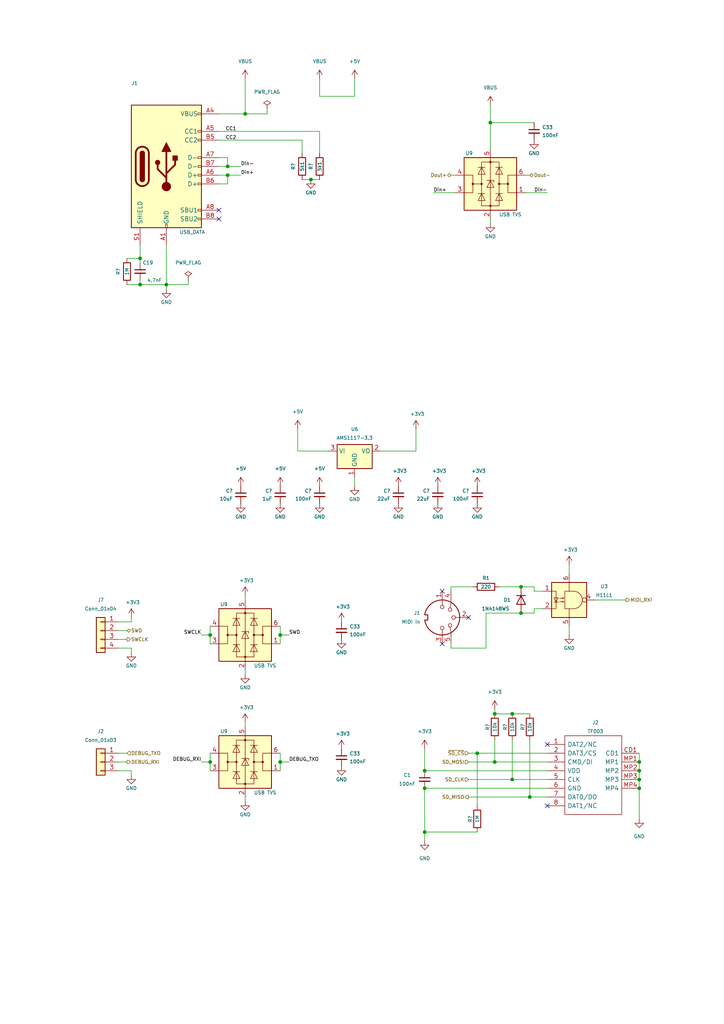
<source format=kicad_sch>
(kicad_sch (version 20230121) (generator eeschema)
  (paper "A4" portrait)
  (title_block (title "Dedicated HW for picoX7") (date "2025-02-04") (rev "0.1.0a") (company "https://github.com/GeorgeRudolf/picoX7"))
  (lib_symbols
    (symbol "Connector:DIN-5_180degree" (pin_names (offset 1.016))
      (property "Reference" "J" (at 3.175 5.715 0))
      (property "Value" "DIN-5_180degree" (at 0 -6.35 0))
      (symbol "DIN-5_180degree_1_1"
        (pin passive line (at -7.62 0 0) (length 2.54) (name "~") (number "1"))
        (pin passive line (at 0 7.62 270) (length 2.54) (name "~") (number "2"))
        (pin passive line (at 7.62 0 180) (length 2.54) (name "~") (number "3"))
        (pin passive line (at -7.62 2.54 0) (length 2.54) (name "~") (number "4"))
        (pin passive line (at 7.62 2.54 180) (length 2.54) (name "~") (number "5"))
      )
    )
    (symbol "Connector:USB_C_Receptacle_USB2.0" (pin_names (offset 1.016))
      (property "Reference" "J" (at -10.16 19.05 0))
      (property "Value" "USB_C_Receptacle_USB2.0" (at 19.05 19.05 0))
      (symbol "USB_C_Receptacle_USB2.0_1_1"
        (pin passive line (at 0 -22.86 90) (length 5.08) (name "GND") (number "A1"))
        (pin passive line (at 0 -22.86 90) (length 5.08) hide (name "GND") (number "A12"))
        (pin passive line (at 15.24 15.24 180) (length 5.08) (name "VBUS") (number "A4"))
        (pin bidirectional line (at 15.24 10.16 180) (length 5.08) (name "CC1") (number "A5"))
        (pin bidirectional line (at 15.24 -2.54 180) (length 5.08) (name "D+") (number "A6"))
        (pin bidirectional line (at 15.24 2.54 180) (length 5.08) (name "D-") (number "A7"))
        (pin bidirectional line (at 15.24 -12.7 180) (length 5.08) (name "SBU1") (number "A8"))
        (pin passive line (at 15.24 15.24 180) (length 5.08) hide (name "VBUS") (number "A9"))
        (pin passive line (at 0 -22.86 90) (length 5.08) hide (name "GND") (number "B1"))
        (pin passive line (at 0 -22.86 90) (length 5.08) hide (name "GND") (number "B12"))
        (pin passive line (at 15.24 15.24 180) (length 5.08) hide (name "VBUS") (number "B4"))
        (pin bidirectional line (at 15.24 7.62 180) (length 5.08) (name "CC2") (number "B5"))
        (pin bidirectional line (at 15.24 -5.08 180) (length 5.08) (name "D+") (number "B6"))
        (pin bidirectional line (at 15.24 0 180) (length 5.08) (name "D-") (number "B7"))
        (pin bidirectional line (at 15.24 -15.24 180) (length 5.08) (name "SBU2") (number "B8"))
        (pin passive line (at 15.24 15.24 180) (length 5.08) hide (name "VBUS") (number "B9"))
        (pin passive line (at -7.62 -22.86 90) (length 5.08) (name "SHIELD") (number "S1"))
      )
    )
    (symbol "Connector_Generic:Conn_01x03" (pin_names (offset 1.016) hide)
      (property "Reference" "J" (at 0 5.08 0))
      (property "Value" "Conn_01x03" (at 0 -5.08 0))
      (symbol "Conn_01x03_1_1"
        (pin passive line (at -5.08 2.54 0) (length 3.81) (name "Pin_1") (number "1"))
        (pin passive line (at -5.08 0 0) (length 3.81) (name "Pin_2") (number "2"))
        (pin passive line (at -5.08 -2.54 0) (length 3.81) (name "Pin_3") (number "3"))
      )
    )
    (symbol "Connector_Generic:Conn_01x04" (pin_names (offset 1.016) hide)
      (property "Reference" "J" (at 0 5.08 0))
      (property "Value" "Conn_01x04" (at 0 -7.62 0))
      (symbol "Conn_01x04_1_1"
        (pin passive line (at -5.08 2.54 0) (length 3.81) (name "Pin_1") (number "1"))
        (pin passive line (at -5.08 0 0) (length 3.81) (name "Pin_2") (number "2"))
        (pin passive line (at -5.08 -2.54 0) (length 3.81) (name "Pin_3") (number "3"))
        (pin passive line (at -5.08 -5.08 0) (length 3.81) (name "Pin_4") (number "4"))
      )
    )
    (symbol "Device:C_Small" (pin_numbers hide) (pin_names (offset 0.254) hide)
      (property "Reference" "C" (at 0.254 1.778 0))
      (property "Value" "C_Small" (at 0.254 -2.032 0))
      (symbol "C_Small_1_1"
        (pin passive line (at 0 2.54 270) (length 2.032) (name "~") (number "1"))
        (pin passive line (at 0 -2.54 90) (length 2.032) (name "~") (number "2"))
      )
    )
    (symbol "Device:R" (pin_numbers hide) (pin_names (offset 0))
      (property "Reference" "R" (at 2.032 0 90))
      (property "Value" "R" (at 0 0 90))
      (symbol "R_1_1"
        (pin passive line (at 0 3.81 270) (length 1.27) (name "~") (number "1"))
        (pin passive line (at 0 -3.81 90) (length 1.27) (name "~") (number "2"))
      )
    )
    (symbol "Diode:1N4148WS" (pin_numbers hide) (pin_names hide)
      (property "Reference" "D" (at 0 2.54 0))
      (property "Value" "1N4148WS" (at 0 -2.54 0))
      (symbol "1N4148WS_1_1"
        (pin passive line (at -3.81 0 0) (length 2.54) (name "K") (number "1"))
        (pin passive line (at 3.81 0 180) (length 2.54) (name "A") (number "2"))
      )
    )
    (symbol "Isolator:H11L1" (pin_names (offset 1.016))
      (property "Reference" "U" (at 1.27 8.89 0))
      (property "Value" "H11L1" (at 1.27 6.35 0))
      (symbol "H11L1_1_1"
        (pin passive line (at -7.62 2.54 0) (length 2.54) (name "~") (number "1"))
        (pin passive line (at -7.62 -2.54 0) (length 2.54) (name "~") (number "2"))
        (pin no_connect line (at -5.08 0 0) (length 2.54) hide (name "~") (number "3"))
        (pin output inverted (at 7.62 0 180) (length 3.81) (name "~") (number "4"))
        (pin power_in line (at 0 -7.62 90) (length 2.54) (name "~") (number "5"))
        (pin power_in line (at 0 7.62 270) (length 2.54) (name "~") (number "6"))
      )
    )
    (symbol "Power_Protection:USBLC6-2SC6" (pin_names hide)
      (property "Reference" "U" (at 2.54 8.89 0))
      (property "Value" "USBLC6-2SC6" (at 2.54 -8.89 0))
      (symbol "USBLC6-2SC6_1_1"
        (pin passive line (at -10.16 -2.54 0) (length 2.54) (name "I/O1") (number "1"))
        (pin passive line (at 0 -10.16 90) (length 2.54) (name "GND") (number "2"))
        (pin passive line (at 10.16 -2.54 180) (length 2.54) (name "I/O2") (number "3"))
        (pin passive line (at 10.16 2.54 180) (length 2.54) (name "I/O2") (number "4"))
        (pin passive line (at 0 10.16 270) (length 2.54) (name "VBUS") (number "5"))
        (pin passive line (at -10.16 2.54 0) (length 2.54) (name "I/O1") (number "6"))
      )
    )
    (symbol "Regulator_Linear:LM1117MP-3.3"
      (property "Reference" "U" (at -3.81 3.175 0))
      (property "Value" "LM1117MP-3.3" (at 0 3.175 0))
      (symbol "LM1117MP-3.3_1_1"
        (pin power_in line (at 0 -7.62 90) (length 2.54) (name "GND") (number "1"))
        (pin power_out line (at 7.62 0 180) (length 2.54) (name "VO") (number "2"))
        (pin power_in line (at -7.62 0 0) (length 2.54) (name "VI") (number "3"))
      )
    )
    (symbol "picoX7:TF-01A" (pin_names (offset 0.762))
      (property "Reference" "J8" (at 13.97 6.35 0))
      (property "Value" "TF003" (at 13.97 3.81 0))
      (symbol "TF-01A_0_0"
        (pin bidirectional line (at 0 0 0) (length 5.08) (name "DAT2/NC") (number "1"))
        (pin bidirectional line (at 0 -2.54 0) (length 5.08) (name "DAT3/CS") (number "2"))
        (pin bidirectional line (at 0 -5.08 0) (length 5.08) (name "CMD/DI") (number "3"))
        (pin power_in line (at 0 -7.62 0) (length 5.08) (name "VDD") (number "4"))
        (pin input line (at 0 -10.16 0) (length 5.08) (name "CLK") (number "5"))
        (pin power_in line (at 0 -12.7 0) (length 5.08) (name "GND") (number "6"))
        (pin bidirectional line (at 0 -15.24 0) (length 5.08) (name "DAT0/DO") (number "7"))
        (pin bidirectional line (at 0 -17.78 0) (length 5.08) (name "DAT1/NC") (number "8"))
        (pin passive line (at 26.67 -2.54 180) (length 5.08) (name "CD1") (number "CD1"))
        (pin passive line (at 26.67 -5.08 180) (length 5.08) (name "MP1") (number "MP1"))
        (pin passive line (at 26.67 -7.62 180) (length 5.08) (name "MP2") (number "MP2"))
        (pin passive line (at 26.67 -10.16 180) (length 5.08) (name "MP3") (number "MP3"))
        (pin passive line (at 26.67 -12.7 180) (length 5.08) (name "MP4") (number "MP4"))
      )
    )
    (symbol "power:+3.3V" (power) (pin_names (offset 0))
      (property "Value" "+3.3V" (at 0 3.556 0))
      (symbol "+3.3V_1_1"
        (pin power_in line (at 0 0 90) (length 0) hide (name "+3V3") (number "1"))
      )
    )
    (symbol "power:+3V3" (power) (pin_names (offset 0))
      (property "Value" "+3V3" (at 0 3.556 0))
      (symbol "+3V3_1_1"
        (pin power_in line (at 0 0 90) (length 0) hide (name "+3V3") (number "1"))
      )
    )
    (symbol "power:+5V" (power) (pin_names (offset 0))
      (property "Value" "+5V" (at 0 3.556 0))
      (symbol "+5V_1_1"
        (pin power_in line (at 0 0 90) (length 0) hide (name "+5V") (number "1"))
      )
    )
    (symbol "power:GND" (power) (pin_names (offset 0))
      (property "Value" "GND" (at 0 -3.81 0))
      (symbol "GND_1_1"
        (pin power_in line (at 0 0 270) (length 0) hide (name "GND") (number "1"))
      )
    )
    (symbol "power:PWR_FLAG" (power) (pin_numbers hide) (pin_names (offset 0) hide)
      (property "Value" "PWR_FLAG" (at 0 3.81 0))
      (symbol "PWR_FLAG_0_0"
        (pin power_out line (at 0 0 90) (length 0) (name "pwr") (number "1"))
      )
    )
    (symbol "power:VBUS" (power) (pin_names (offset 0))
      (property "Value" "VBUS" (at 0 3.81 0))
      (symbol "VBUS_1_1"
        (pin power_in line (at 0 0 90) (length 0) hide (name "VBUS") (number "1"))
      )
    )
    (symbol "zuluscsi-rescue:R" (pin_numbers hide) (pin_names (offset 0))
      (property "Reference" "R" (at 2.032 0 90))
      (property "Value" "R" (at 0 0 90))
      (symbol "R_1_1"
        (pin passive line (at 0 3.81 270) (length 1.27) (name "~") (number "1"))
        (pin passive line (at 0 -3.81 90) (length 1.27) (name "~") (number "2"))
      )
    )
  )
  (junction (at 48.26 82.55))
  (junction (at 185.42 228.6))
  (junction (at 123.19 228.6))
  (junction (at 40.64 82.55))
  (junction (at 151.13 177.8))
  (junction (at 142.24 35.56))
  (junction (at 60.96 220.98))
  (junction (at 143.51 207.01))
  (junction (at 153.67 231.14))
  (junction (at 148.59 207.01))
  (junction (at 66.04 50.8) (diameter 0.9144))
  (junction (at 138.43 218.44))
  (junction (at 123.19 241.3))
  (junction (at 148.59 226.06))
  (junction (at 81.28 184.15))
  (junction (at 185.42 226.06))
  (junction (at 90.17 52.07))
  (junction (at 71.12 33.02))
  (junction (at 123.19 223.52))
  (junction (at 143.51 220.98))
  (junction (at 185.42 223.52))
  (junction (at 81.28 220.98))
  (junction (at 185.42 220.98))
  (junction (at 60.96 184.15))
  (junction (at 151.13 170.18))
  (junction (at 40.64 74.93))
  (junction (at 66.04 48.26) (diameter 0.9144))
  (no_connect (at 128.27 186.69))
  (no_connect (at 158.75 215.9))
  (no_connect (at 158.75 233.68))
  (no_connect (at 128.27 171.45))
  (no_connect (at 63.5 63.5))
  (no_connect (at 135.89 179.07))
  (no_connect (at 63.5 60.96))
  (wire (pts (xy 36.83 218.44) (xy 34.29 218.44)))
  (wire (pts (xy 38.1 223.52) (xy 38.1 224.79)))
  (wire (pts (xy 66.04 53.34) (xy 63.5 53.34)))
  (wire (pts (xy 63.5 50.8) (xy 66.04 50.8)))
  (wire (pts (xy 123.19 228.6) (xy 123.19 241.3)))
  (wire (pts (xy 165.1 181.61) (xy 165.1 184.15)))
  (wire (pts (xy 83.82 220.98) (xy 81.28 220.98)))
  (wire (pts (xy 81.28 184.15) (xy 81.28 181.61)))
  (wire (pts (xy 83.82 184.15) (xy 81.28 184.15)))
  (wire (pts (xy 172.72 173.99) (xy 181.61 173.99)))
  (wire (pts (xy 135.89 218.44) (xy 138.43 218.44)))
  (wire (pts (xy 77.47 31.75) (xy 77.47 33.02)))
  (wire (pts (xy 165.1 163.83) (xy 165.1 166.37)))
  (wire (pts (xy 130.81 186.69) (xy 130.81 187.96)))
  (wire (pts (xy 60.96 223.52) (xy 60.96 220.98)))
  (wire (pts (xy 132.08 55.88) (xy 125.73 55.88)))
  (wire (pts (xy 71.12 210.82) (xy 71.12 209.55)))
  (wire (pts (xy 185.42 218.44) (xy 185.42 220.98)))
  (wire (pts (xy 34.29 187.96) (xy 38.1 187.96)))
  (wire (pts (xy 154.94 170.18) (xy 154.94 171.45)))
  (wire (pts (xy 63.5 45.72) (xy 66.04 45.72)))
  (wire (pts (xy 132.08 50.8) (xy 130.81 50.8)))
  (wire (pts (xy 148.59 214.63) (xy 148.59 226.06)))
  (wire (pts (xy 158.75 55.88) (xy 152.4 55.88)))
  (wire (pts (xy 148.59 226.06) (xy 158.75 226.06)))
  (wire (pts (xy 102.87 140.97) (xy 102.87 138.43)))
  (wire (pts (xy 34.29 223.52) (xy 38.1 223.52)))
  (wire (pts (xy 185.42 228.6) (xy 185.42 237.49)))
  (wire (pts (xy 92.71 22.86) (xy 92.71 27.94)))
  (wire (pts (xy 142.24 63.5) (xy 142.24 64.77)))
  (wire (pts (xy 86.36 130.81) (xy 95.25 130.81)))
  (wire (pts (xy 130.81 171.45) (xy 130.81 170.18)))
  (wire (pts (xy 58.42 220.98) (xy 60.96 220.98)))
  (wire (pts (xy 151.13 170.18) (xy 154.94 170.18)))
  (wire (pts (xy 153.67 231.14) (xy 158.75 231.14)))
  (wire (pts (xy 151.13 177.8) (xy 154.94 177.8)))
  (wire (pts (xy 135.89 226.06) (xy 148.59 226.06)))
  (wire (pts (xy 185.42 226.06) (xy 185.42 228.6)))
  (wire (pts (xy 40.64 81.28) (xy 40.64 82.55)))
  (wire (pts (xy 154.94 35.56) (xy 142.24 35.56)))
  (wire (pts (xy 54.61 81.28) (xy 54.61 82.55)))
  (wire (pts (xy 71.12 194.31) (xy 71.12 195.58)))
  (wire (pts (xy 48.26 82.55) (xy 48.26 83.82)))
  (wire (pts (xy 48.26 71.12) (xy 48.26 82.55)))
  (wire (pts (xy 40.64 71.12) (xy 40.64 74.93)))
  (wire (pts (xy 66.04 48.26) (xy 63.5 48.26)))
  (wire (pts (xy 135.89 231.14) (xy 153.67 231.14)))
  (wire (pts (xy 87.63 40.64) (xy 63.5 40.64)))
  (wire (pts (xy 34.29 185.42) (xy 36.83 185.42)))
  (wire (pts (xy 142.24 35.56) (xy 142.24 43.18)))
  (wire (pts (xy 40.64 74.93) (xy 40.64 76.2)))
  (wire (pts (xy 138.43 241.3) (xy 123.19 241.3)))
  (wire (pts (xy 102.87 27.94) (xy 102.87 22.86)))
  (wire (pts (xy 90.17 52.07) (xy 87.63 52.07)))
  (wire (pts (xy 60.96 184.15) (xy 60.96 181.61)))
  (wire (pts (xy 92.71 38.1) (xy 63.5 38.1)))
  (wire (pts (xy 58.42 184.15) (xy 60.96 184.15)))
  (wire (pts (xy 151.13 177.8) (xy 140.97 177.8)))
  (wire (pts (xy 154.94 176.53) (xy 154.94 177.8)))
  (wire (pts (xy 36.83 220.98) (xy 34.29 220.98)))
  (wire (pts (xy 54.61 82.55) (xy 48.26 82.55)))
  (wire (pts (xy 123.19 241.3) (xy 123.19 243.84)))
  (wire (pts (xy 66.04 50.8) (xy 69.85 50.8)))
  (wire (pts (xy 135.89 220.98) (xy 143.51 220.98)))
  (wire (pts (xy 143.51 207.01) (xy 148.59 207.01)))
  (wire (pts (xy 143.51 220.98) (xy 158.75 220.98)))
  (wire (pts (xy 60.96 220.98) (xy 60.96 218.44)))
  (wire (pts (xy 66.04 50.8) (xy 66.04 53.34)))
  (wire (pts (xy 154.94 176.53) (xy 157.48 176.53)))
  (wire (pts (xy 38.1 180.34) (xy 38.1 179.07)))
  (wire (pts (xy 123.19 223.52) (xy 123.19 217.17)))
  (wire (pts (xy 153.67 214.63) (xy 153.67 231.14)))
  (wire (pts (xy 40.64 82.55) (xy 48.26 82.55)))
  (wire (pts (xy 138.43 233.68) (xy 138.43 218.44)))
  (wire (pts (xy 36.83 82.55) (xy 40.64 82.55)))
  (wire (pts (xy 36.83 74.93) (xy 40.64 74.93)))
  (wire (pts (xy 66.04 48.26) (xy 69.85 48.26)))
  (wire (pts (xy 34.29 180.34) (xy 38.1 180.34)))
  (wire (pts (xy 87.63 44.45) (xy 87.63 40.64)))
  (wire (pts (xy 185.42 223.52) (xy 185.42 226.06)))
  (wire (pts (xy 148.59 207.01) (xy 153.67 207.01)))
  (wire (pts (xy 143.51 205.74) (xy 143.51 207.01)))
  (wire (pts (xy 158.75 223.52) (xy 123.19 223.52)))
  (wire (pts (xy 142.24 30.48) (xy 142.24 35.56)))
  (wire (pts (xy 151.13 170.18) (xy 144.78 170.18)))
  (wire (pts (xy 92.71 44.45) (xy 92.71 38.1)))
  (wire (pts (xy 81.28 220.98) (xy 81.28 218.44)))
  (wire (pts (xy 143.51 214.63) (xy 143.51 220.98)))
  (wire (pts (xy 71.12 231.14) (xy 71.12 232.41)))
  (wire (pts (xy 34.29 182.88) (xy 36.83 182.88)))
  (wire (pts (xy 158.75 228.6) (xy 123.19 228.6)))
  (wire (pts (xy 71.12 33.02) (xy 63.5 33.02)))
  (wire (pts (xy 120.65 130.81) (xy 120.65 124.46)))
  (wire (pts (xy 110.49 130.81) (xy 120.65 130.81)))
  (wire (pts (xy 81.28 186.69) (xy 81.28 184.15)))
  (wire (pts (xy 140.97 187.96) (xy 130.81 187.96)))
  (wire (pts (xy 140.97 177.8) (xy 140.97 187.96)))
  (wire (pts (xy 60.96 186.69) (xy 60.96 184.15)))
  (wire (pts (xy 77.47 33.02) (xy 71.12 33.02)))
  (wire (pts (xy 38.1 187.96) (xy 38.1 189.23)))
  (wire (pts (xy 92.71 27.94) (xy 102.87 27.94)))
  (wire (pts (xy 153.67 50.8) (xy 152.4 50.8)))
  (wire (pts (xy 86.36 130.81) (xy 86.36 124.46)))
  (wire (pts (xy 138.43 218.44) (xy 158.75 218.44)))
  (wire (pts (xy 92.71 52.07) (xy 90.17 52.07)))
  (wire (pts (xy 66.04 45.72) (xy 66.04 48.26)))
  (wire (pts (xy 157.48 171.45) (xy 154.94 171.45)))
  (wire (pts (xy 185.42 220.98) (xy 185.42 223.52)))
  (wire (pts (xy 71.12 173.99) (xy 71.12 172.72)))
  (wire (pts (xy 130.81 170.18) (xy 137.16 170.18)))
  (wire (pts (xy 81.28 223.52) (xy 81.28 220.98)))
  (wire (pts (xy 71.12 33.02) (xy 71.12 22.86)))
  (label "Din+" (at 69.85 50.8 0) (effects (font (size 1 1))))
  (label "SWCLK" (at 58.42 184.15 180) (effects (font (size 1 1))))
  (label "CC2" (at 68.58 40.64 180) (effects (font (size 1 1))))
  (label "DEBUG_RXI" (at 58.42 220.98 180) (effects (font (size 1 1))))
  (label "Din+" (at 125.73 55.88 0) (effects (font (size 1 1))))
  (label "CC1" (at 68.58 38.1 180) (effects (font (size 1 1))))
  (label "SWD" (at 83.82 184.15 0) (effects (font (size 1 1))))
  (label "DEBUG_TXO" (at 83.82 220.98 0) (effects (font (size 1 1))))
  (label "Din-" (at 69.85 48.26 0) (effects (font (size 1 1))))
  (label "Din-" (at 158.75 55.88 180) (effects (font (size 1 1))))
  (hierarchical_label "Dout+" (shape bidirectional) (at 130.81 50.8 180) (effects (font (size 1 1))))
  (hierarchical_label "SWCLK" (shape output) (at 36.83 185.42 0) (effects (font (size 1 1))))
  (hierarchical_label "MIDI_RXI" (shape output) (at 181.61 173.99 0) (effects (font (size 1 1))))
  (hierarchical_label "SD_MOSI" (shape input) (at 135.89 220.98 180) (effects (font (size 1 1))))
  (hierarchical_label "DEBUG_RXI" (shape output) (at 36.83 220.98 0) (effects (font (size 1 1))))
  (hierarchical_label "SD_CLK" (shape input) (at 135.89 226.06 180) (effects (font (size 1 1))))
  (hierarchical_label "DEBUG_TXO" (shape input) (at 36.83 218.44 0) (effects (font (size 1 1))))
  (hierarchical_label "SD_MISO" (shape output) (at 135.89 231.14 180) (effects (font (size 1 1))))
  (hierarchical_label "~{SD_CS}" (shape input) (at 135.89 218.44 180) (effects (font (size 1 1))))
  (hierarchical_label "SWD" (shape bidirectional) (at 36.83 182.88 0) (effects (font (size 1 1))))
  (hierarchical_label "Dout-" (shape bidirectional) (at 153.67 50.8 0) (effects (font (size 1 1))))
  (symbol (lib_id "power:GND") (at 165.1 184.15 0) (unit 1)
    (property "Reference" "#PWR?" (effects hide))
    (property "Value" "GND" (at 165.1 187.96 0) (effects (font (size 1 1))))
    (instances (project "ZuluSCSI-Pico-OSHW" (path "" (reference "#PWR?") (unit 1))) (project "gbscsi2" (path "" (reference "#PWR095") (unit 1))) (project "picoX7" (path "" (reference "#PWR031") (unit 1)) (path "" (reference "#PWR051") (unit 1))) (project "power" (path "" (reference "#PWR?") (unit 1))))
  )
  (symbol (lib_id "power:GND") (at 127 146.05 0) (unit 1)
    (property "Reference" "#PWR?" (effects hide))
    (property "Value" "GND" (at 127 149.86 0) (effects (font (size 1 1))))
    (instances (project "ZuluSCSI-Pico-OSHW" (path "" (reference "#PWR?") (unit 1))) (project "gbscsi2" (path "" (reference "#PWR070") (unit 1))) (project "picoX7" (path "" (reference "#PWR056") (unit 1))) (project "power" (path "" (reference "#PWR?") (unit 1))))
  )
  (symbol (lib_id "power:GND") (at 115.57 146.05 0) (unit 1)
    (property "Reference" "#PWR?" (effects hide))
    (property "Value" "GND" (at 115.57 149.86 0) (effects (font (size 1 1))))
    (instances (project "ZuluSCSI-Pico-OSHW" (path "" (reference "#PWR?") (unit 1))) (project "gbscsi2" (path "" (reference "#PWR069") (unit 1))) (project "picoX7" (path "" (reference "#PWR053") (unit 1))) (project "power" (path "" (reference "#PWR?") (unit 1))))
  )
  (symbol (lib_id "power:+3V3") (at 165.1 163.83 0) (unit 1)
    (property "Reference" "#PWR097" (effects hide))
    (property "Value" "+3V3" (at 165.481 159.4358 0) (effects (font (size 1 1))))
    (instances (project "gbscsi2" (path "" (reference "#PWR097") (unit 1))) (project "picoX7" (path "" (reference "#PWR026") (unit 1)) (path "" (reference "#PWR050") (unit 1))) (project "RP2350_60QFN_minimal" (path "" (reference "#PWR0106") (unit 1))))
  )
  (symbol (lib_id "Connector_Generic:Conn_01x03") (at 29.21 220.98 0) (mirror y) (unit 1)
    (property "Reference" "J2" (at 29.21 212.09 0) (effects (font (size 1 1))))
    (property "Value" "Conn_01x03" (at 29.21 214.63 0) (effects (font (size 1 1))))
    (property "Footprint" "Connector_PinHeader_2.54mm:PinHeader_1x03_P2.54mm_Vertical" (effects hide))
    (property "LCSC" "N/A" (effects hide))
    (property "LCSC Part #" "N/A" (effects hide))
  )
  (symbol (lib_id "power:+3V3") (at 99.06 217.17 0) (unit 1)
    (property "Reference" "#PWR097" (effects hide))
    (property "Value" "+3V3" (at 99.441 212.7758 0) (effects (font (size 1 1))))
    (instances (project "gbscsi2" (path "" (reference "#PWR097") (unit 1))) (project "picoX7" (path "" (reference "#PWR026") (unit 1)) (path "" (reference "#PWR039") (unit 1))) (project "RP2350_60QFN_minimal" (path "" (reference "#PWR0106") (unit 1))))
  )
  (symbol (lib_id "Device:C_Small") (at 40.64 78.74 0) (mirror y) (unit 1)
    (property "Reference" "C19" (at 44.45 76.2 0) (effects (font (size 1 1)) (justify left)))
    (property "Value" "4.7nF" (at 46.99 81.28 0) (effects (font (size 1 1)) (justify left)))
    (property "Footprint" "Capacitor_SMD:C_0402_1005Metric" (effects hide))
    (property "LCSC" "C1538" (effects hide))
    (property "LCSC Part #" "C1538" (effects hide))
    (instances (project "gbscsi2" (path "" (reference "C19") (unit 1))) (project "poe_hat_v1.4.2" (path "" (reference "C8") (unit 1))) (project "picoX7" (path "" (reference "C17") (unit 1))))
  )
  (symbol (lib_id "power:+3.3V") (at 123.19 217.17 0) (unit 1)
    (property "Reference" "#PWR03" (effects hide))
    (property "Value" "+3.3V" (at 123.19 212.09 0) (effects (font (size 1 1))))
    (instances (project "gbscsi2" (path "" (reference "#PWR03") (unit 1))) (project "picoX7" (path "" (reference "#PWR092") (unit 1)) (path "" (reference "#PWR092") (unit 1))))
  )
  (symbol (lib_id "Connector_Generic:Conn_01x04") (at 29.21 182.88 0) (mirror y) (unit 1)
    (property "Reference" "J7" (at 29.21 173.99 0) (effects (font (size 1 1))))
    (property "Value" "Conn_01x04" (at 29.21 176.53 0) (effects (font (size 1 1))))
    (property "Footprint" "Connector_PinHeader_2.54mm:PinHeader_1x04_P2.54mm_Vertical" (effects hide))
    (property "LCSC" "N/A" (effects hide))
    (property "LCSC Part #" "N/A" (effects hide))
    (instances (project "gbscsi2" (path "" (reference "J7") (unit 1))) (project "picoX7" (path "" (reference "J7") (unit 1)) (path "" (reference "J1") (unit 1))))
  )
  (symbol (lib_id "power:GND") (at 71.12 232.41 0) (unit 1)
    (property "Reference" "#PWR?" (effects hide))
    (property "Value" "GND" (at 71.12 236.22 0) (effects (font (size 1 1))))
    (instances (project "ZuluSCSI-Pico-OSHW" (path "" (reference "#PWR?") (unit 1))) (project "gbscsi2" (path "" (reference "#PWR095") (unit 1))) (project "picoX7" (path "" (reference "#PWR031") (unit 1)) (path "" (reference "#PWR031") (unit 1)) (path "" (reference "#PWR077") (unit 1))) (project "power" (path "" (reference "#PWR?") (unit 1))))
  )
  (symbol (lib_id "Power_Protection:USBLC6-2SC6") (at 71.12 184.15 0) (mirror y) (unit 1)
    (property "Reference" "U9" (at 66.04 175.26 0) (effects (font (size 1 1)) (justify left)))
    (property "Value" "USB TVS" (at 73.66 193.04 0) (effects (font (size 1 1)) (justify right)))
    (property "Footprint" "Package_TO_SOT_SMD:SOT-23-6" (effects hide))
    (property "Datasheet" "https://www.st.com/resource/en/datasheet/usblc6-2.pdf" (effects hide))
    (property "LCSC" "C2827654" (effects hide))
    (property "LCSC Part #" "C2827654" (effects hide))
    (instances (project "gbscsi2" (path "" (reference "U9") (unit 1))) (project "poe_hat_v1.4.2" (path "" (reference "U1") (unit 1))) (project "picoX7" (path "" (reference "U3") (unit 1))))
  )
  (symbol (lib_id "power:GND") (at 99.06 222.25 0) (mirror y) (unit 1)
    (property "Reference" "#PWR089" (effects hide))
    (property "Value" "GND" (at 99.06 226.06 0) (effects (font (size 1 1))))
    (instances (project "gbscsi2" (path "" (reference "#PWR089") (unit 1))) (project "poe_hat_v1.4.2" (path "" (reference "#PWR0144") (unit 1))) (project "picoX7" (path "" (reference "#PWR040") (unit 1))))
  )
  (symbol (lib_id "power:+3.3V") (at 143.51 205.74 0) (unit 1)
    (property "Reference" "#PWR03" (effects hide))
    (property "Value" "+3.3V" (at 143.51 200.66 0) (effects (font (size 1 1))))
    (instances (project "gbscsi2" (path "" (reference "#PWR03") (unit 1))) (project "picoX7" (path "" (reference "#PWR092") (unit 1)) (path "" (reference "#PWR0108") (unit 1))))
  )
  (symbol (lib_id "Device:C_Small") (at 127 143.51 0) (unit 1)
    (property "Reference" "C?" (at 124.6886 142.3416 0) (effects (font (size 1 1)) (justify right)))
    (property "Value" "22uF" (at 124.6886 144.653 0) (effects (font (size 1 1)) (justify right)))
    (property "Footprint" "Capacitor_SMD:C_0603_1608Metric" (effects hide))
    (property "LCSC" "C59461" (effects hide))
    (property "LCSC Part #" "C59461" (effects hide))
    (instances (project "ZuluSCSI-Pico-OSHW" (path "" (reference "C?") (unit 1))) (project "gbscsi2" (path "" (reference "C13") (unit 1))) (project "picoX7" (path "" (reference "C25") (unit 1))))
  )
  (symbol (lib_id "zuluscsi-rescue:R") (at 153.67 210.82 180) (unit 1)
    (property "Reference" "R?" (at 151.638 210.82 90) (effects (font (size 1 1))))
    (property "Value" "10k" (at 153.67 210.82 90) (effects (font (size 1 1))))
    (property "Footprint" "Resistor_SMD:R_0402_1005Metric" (effects hide))
    (property "LCSC" "C25744" (effects hide))
    (property "LCSC Part #" "C25744" (effects hide))
    (instances (project "ZuluSCSI-Pico-OSHW" (path "" (reference "R?") (unit 1))) (project "cpu" (path "" (reference "R?") (unit 1))) (project "gbscsi2" (path "" (reference "R1") (unit 1))) (project "picoX7" (path "" (reference "R29") (unit 1)) (path "" (reference "R33") (unit 1))))
  )
  (symbol (lib_id "Isolator:H11L1") (at 165.1 173.99 0) (unit 1)
    (property "Reference" "U3" (at 175.26 170.0531 0) (effects (font (size 1 1))))
    (property "Value" "H11L1" (at 175.26 172.5931 0) (effects (font (size 1 1))))
    (property "Footprint" "Package_DIP:DIP-6_W8.89mm_SMDSocket_LongPads" (effects hide))
    (property "Datasheet" "https://www.onsemi.com/pub/Collateral/H11L3M-D.PDF" (effects hide))
    (property "LCSC" "C20612622" (effects hide))
    (property "LCSC Part #" "C20612622" (effects hide))
    (instances (project "picoX7" (path "" (reference "U3") (unit 1)) (path "" (reference "U7") (unit 1))))
  )
  (symbol (lib_id "Device:C_Small") (at 138.43 143.51 0) (unit 1)
    (property "Reference" "C?" (at 136.1186 142.3416 0) (effects (font (size 1 1)) (justify right)))
    (property "Value" "100nF" (at 136.1186 144.653 0) (effects (font (size 1 1)) (justify right)))
    (property "Footprint" "Capacitor_SMD:C_0402_1005Metric" (effects hide))
    (property "LCSC" "C307331" (effects hide))
    (property "LCSC Part #" "C307331" (effects hide))
    (instances (project "ZuluSCSI-Pico-OSHW" (path "" (reference "C?") (unit 1))) (project "gbscsi2" (path "" (reference "C16") (unit 1))) (project "picoX7" (path "" (reference "C26") (unit 1))))
  )
  (symbol (lib_id "Power_Protection:USBLC6-2SC6") (at 142.24 53.34 0) (mirror y) (unit 1)
    (property "Reference" "U9" (at 137.16 44.45 0) (effects (font (size 1 1)) (justify left)))
    (property "Value" "USB TVS" (at 144.78 62.23 0) (effects (font (size 1 1)) (justify right)))
    (property "Footprint" "Package_TO_SOT_SMD:SOT-23-6" (effects hide))
    (property "Datasheet" "https://www.st.com/resource/en/datasheet/usblc6-2.pdf" (effects hide))
    (property "LCSC" "C2827654" (effects hide))
    (property "LCSC Part #" "C2827654" (effects hide))
    (instances (project "gbscsi2" (path "" (reference "U9") (unit 1))) (project "poe_hat_v1.4.2" (path "" (reference "U1") (unit 1))) (project "picoX7" (path "" (reference "U5") (unit 1))))
  )
  (symbol (lib_id "power:GND") (at 142.24 64.77 0) (mirror y) (unit 1)
    (property "Reference" "#PWR087" (effects hide))
    (property "Value" "GND" (at 142.24 68.58 0) (effects (font (size 1 1))))
    (instances (project "gbscsi2" (path "" (reference "#PWR087") (unit 1))) (project "poe_hat_v1.4.2" (path "" (reference "#PWR09") (unit 1))) (project "picoX7" (path "" (reference "#PWR036") (unit 1))))
  )
  (symbol (lib_id "power:GND") (at 71.12 195.58 0) (unit 1)
    (property "Reference" "#PWR?" (effects hide))
    (property "Value" "GND" (at 71.12 199.39 0) (effects (font (size 1 1))))
    (instances (project "ZuluSCSI-Pico-OSHW" (path "" (reference "#PWR?") (unit 1))) (project "gbscsi2" (path "" (reference "#PWR095") (unit 1))) (project "picoX7" (path "" (reference "#PWR031") (unit 1)) (path "" (reference "#PWR029") (unit 1))) (project "power" (path "" (reference "#PWR?") (unit 1))))
  )
  (symbol (lib_id "Connector:DIN-5_180degree") (at 128.27 179.07 270) (unit 1)
    (property "Reference" "J1" (at 121.92 177.8 90) (effects (font (size 1 1)) (justify right)))
    (property "Value" "MIDI in" (at 121.92 180.34 90) (effects (font (size 1 1)) (justify right)))
    (property "Footprint" "picoX7:DIN5-180" (effects hide))
    (property "Datasheet" "http://www.mouser.com/ds/2/18/40_c091_abd_e-75918.pdf" (effects hide))
    (property "LCSC" "C2939344" (effects hide))
    (property "LCSC Part #" "C2939344" (effects hide))
    (instances (project "picoX7" (path "" (reference "J1") (unit 1)) (path "" (reference "J4") (unit 1))))
  )
  (symbol (lib_id "Device:R") (at 140.97 170.18 270) (mirror x) (unit 1)
    (property "Reference" "R1" (at 140.97 167.64 90) (effects (font (size 1 1))))
    (property "Value" "220" (at 140.97 170.18 90) (effects (font (size 1 1))))
    (property "Footprint" "Resistor_SMD:R_0402_1005Metric" (effects hide))
    (property "LCSC" "C25091" (effects hide))
    (property "LCSC Part #" "C25091" (effects hide))
    (instances (project "picoX7" (path "" (reference "R1") (unit 1)) (path "" (reference "R9") (unit 1))))
  )
  (symbol (lib_id "Device:C_Small") (at 115.57 143.51 0) (unit 1)
    (property "Reference" "C?" (at 113.2586 142.3416 0) (effects (font (size 1 1)) (justify right)))
    (property "Value" "22uF" (at 113.2586 144.653 0) (effects (font (size 1 1)) (justify right)))
    (property "Footprint" "Capacitor_SMD:C_0603_1608Metric" (effects hide))
    (property "LCSC" "C59461" (effects hide))
    (property "LCSC Part #" "C59461" (effects hide))
    (instances (project "ZuluSCSI-Pico-OSHW" (path "" (reference "C?") (unit 1))) (project "gbscsi2" (path "" (reference "C12") (unit 1))) (project "picoX7" (path "" (reference "C24") (unit 1))))
  )
  (symbol (lib_id "Diode:1N4148WS") (at 151.13 173.99 90) (mirror x) (unit 1)
    (property "Reference" "D1" (at 146.05 173.99 90) (effects (font (size 1 1)) (justify right)))
    (property "Value" "1N4148WS" (at 139.7 176.53 90) (effects (font (size 1 1)) (justify right)))
    (property "Footprint" "Diode_SMD:D_SOD-323" (effects hide))
    (property "Datasheet" "https://www.vishay.com/docs/85751/1n4148ws.pdf" (effects hide))
    (property "Sim.Device" "D" (effects hide))
    (property "Sim.Pins" "1=K 2=A" (effects hide))
    (property "LCSC" "C2128" (effects hide))
    (property "LCSC Part #" "C2128" (effects hide))
  )
  (symbol (lib_id "power:GND") (at 38.1 189.23 0) (unit 1)
    (property "Reference" "#PWR?" (effects hide))
    (property "Value" "GND" (at 38.1 193.04 0) (effects (font (size 1 1))))
    (instances (project "ZuluSCSI-Pico-OSHW" (path "" (reference "#PWR?") (unit 1))) (project "gbscsi2" (path "" (reference "#PWR095") (unit 1))) (project "picoX7" (path "" (reference "#PWR031") (unit 1)) (path "" (reference "#PWR025") (unit 1))) (project "power" (path "" (reference "#PWR?") (unit 1))))
  )
  (symbol (lib_id "power:GND") (at 48.26 83.82 0) (unit 1)
    (property "Reference" "#PWR013" (effects hide))
    (property "Value" "GND" (at 48.26 87.63 0) (effects (font (size 1 1))))
    (instances (project "gbscsi2" (path "" (reference "#PWR013") (unit 1))) (project "poe_hat_v1.4.2" (path "" (reference "#PWR08") (unit 1))) (project "picoX7" (path "" (reference "#PWR023") (unit 1))))
  )
  (symbol (lib_id "power:GND") (at 123.19 243.84 0) (unit 1)
    (property "Reference" "#PWR04" (effects hide))
    (property "Value" "GND" (at 123.19 248.92 0) (effects (font (size 1 1))))
    (instances (project "gbscsi2" (path "" (reference "#PWR04") (unit 1))) (project "picoX7" (path "" (reference "#PWR093") (unit 1)) (path "" (reference "#PWR093") (unit 1))))
  )
  (symbol (lib_id "power:PWR_FLAG") (at 77.47 31.75 0) (unit 1)
    (property "Reference" "#FLG02" (effects hide))
    (property "Value" "PWR_FLAG" (at 77.47 26.67 0) (effects (font (size 1 1))))
  )
  (symbol (lib_id "power:+5V") (at 102.87 22.86 0) (mirror y) (unit 1)
    (property "Reference" "#PWR?" (effects hide))
    (property "Value" "+5V" (at 102.87 17.78 0) (effects (font (size 1 1))))
    (instances (project "ZuluSCSI-Pico-OSHW" (path "" (reference "#PWR?") (unit 1))) (project "gbscsi2" (path "" (reference "#PWR063") (unit 1))) (project "picoX7" (path "" (reference "#PWR034") (unit 1))) (project "power" (path "" (reference "#PWR?") (unit 1))))
  )
  (symbol (lib_id "zuluscsi-rescue:R") (at 148.59 210.82 180) (unit 1)
    (property "Reference" "R?" (at 146.558 210.82 90) (effects (font (size 1 1))))
    (property "Value" "10k" (at 148.59 210.82 90) (effects (font (size 1 1))))
    (property "Footprint" "Resistor_SMD:R_0402_1005Metric" (effects hide))
    (property "LCSC" "C25744" (effects hide))
    (property "LCSC Part #" "C25744" (effects hide))
    (instances (project "ZuluSCSI-Pico-OSHW" (path "" (reference "R?") (unit 1))) (project "cpu" (path "" (reference "R?") (unit 1))) (project "gbscsi2" (path "" (reference "R1") (unit 1))) (project "picoX7" (path "" (reference "R29") (unit 1)) (path "" (reference "R32") (unit 1))))
  )
  (symbol (lib_id "power:VBUS") (at 71.12 22.86 0) (unit 1)
    (property "Reference" "#PWR027" (effects hide))
    (property "Value" "VBUS" (at 71.12 17.78 0) (effects (font (size 1 1))))
  )
  (symbol (lib_id "power:+3V3") (at 120.65 124.46 0) (unit 1)
    (property "Reference" "#PWR097" (effects hide))
    (property "Value" "+3V3" (at 121.031 120.0658 0) (effects (font (size 1 1))))
    (instances (project "gbscsi2" (path "" (reference "#PWR097") (unit 1))) (project "picoX7" (path "" (reference "#PWR026") (unit 1)) (path "" (reference "#PWR054") (unit 1))) (project "RP2350_60QFN_minimal" (path "" (reference "#PWR0106") (unit 1))))
  )
  (symbol (lib_id "power:+3V3") (at 71.12 172.72 0) (unit 1)
    (property "Reference" "#PWR097" (effects hide))
    (property "Value" "+3V3" (at 71.501 168.3258 0) (effects (font (size 1 1))))
    (instances (project "gbscsi2" (path "" (reference "#PWR097") (unit 1))) (project "picoX7" (path "" (reference "#PWR026") (unit 1)) (path "" (reference "#PWR028") (unit 1))) (project "RP2350_60QFN_minimal" (path "" (reference "#PWR0106") (unit 1))))
  )
  (symbol (lib_id "power:GND") (at 92.71 146.05 0) (unit 1)
    (property "Reference" "#PWR?" (effects hide))
    (property "Value" "GND" (at 92.71 149.86 0) (effects (font (size 1 1))))
    (instances (project "ZuluSCSI-Pico-OSHW" (path "" (reference "#PWR?") (unit 1))) (project "gbscsi2" (path "" (reference "#PWR078") (unit 1))) (project "picoX7" (path "" (reference "#PWR048") (unit 1))))
  )
  (symbol (lib_id "Connector:USB_C_Receptacle_USB2.0") (at 48.26 48.26 0) (unit 1)
    (property "Reference" "J1" (at 38.1 24.13 0) (effects (font (size 1 1)) (justify left)))
    (property "Value" "USB_DATA" (at 52.07 67.31 0) (effects (font (size 1 1)) (justify left)))
    (property "Footprint" "Connector_USB:USB_C_Receptacle_HRO_TYPE-C-31-M-12" (effects hide))
    (property "Datasheet" "https://www.usb.org/sites/default/files/documents/usb_type-c.zip" (effects hide))
    (property "LCSC" "C165948" (effects hide))
    (property "LCSC Part #" "C165948" (effects hide))
    (instances (project "gbscsi2" (path "" (reference "J1") (unit 1))) (project "poe_hat_v1.4.2" (path "" (reference "J3") (unit 1))) (project "picoX7" (path "" (reference "J3") (unit 1))))
  )
  (symbol (lib_id "power:VBUS") (at 142.24 30.48 0) (unit 1)
    (property "Reference" "#PWR035" (effects hide))
    (property "Value" "VBUS" (at 142.24 25.4 0) (effects (font (size 1 1))))
  )
  (symbol (lib_id "power:GND") (at 69.85 146.05 0) (unit 1)
    (property "Reference" "#PWR?" (effects hide))
    (property "Value" "GND" (at 69.85 149.86 0) (effects (font (size 1 1))))
    (instances (project "ZuluSCSI-Pico-OSHW" (path "" (reference "#PWR?") (unit 1))) (project "gbscsi2" (path "" (reference "#PWR072") (unit 1))) (project "picoX7" (path "" (reference "#PWR043") (unit 1))) (project "power" (path "" (reference "#PWR?") (unit 1))))
  )
  (symbol (lib_id "Device:C_Small") (at 154.94 38.1 0) (unit 1)
    (property "Reference" "C33" (at 157.2768 36.9316 0) (effects (font (size 1 1)) (justify left)))
    (property "Value" "100nF" (at 157.2768 39.243 0) (effects (font (size 1 1)) (justify left)))
    (property "Footprint" "Capacitor_SMD:C_0402_1005Metric" (effects hide))
    (property "LCSC" "C307331" (effects hide))
    (property "LCSC Part #" "C307331" (effects hide))
    (instances (project "gbscsi2" (path "" (reference "C33") (unit 1))) (project "poe_hat_v1.4.2" (path "" (reference "C42") (unit 1))) (project "picoX7" (path "" (reference "C20") (unit 1))))
  )
  (symbol (lib_id "power:+3V3") (at 127 140.97 0) (unit 1)
    (property "Reference" "#PWR097" (effects hide))
    (property "Value" "+3V3" (at 127.381 136.5758 0) (effects (font (size 1 1))))
    (instances (project "gbscsi2" (path "" (reference "#PWR097") (unit 1))) (project "picoX7" (path "" (reference "#PWR026") (unit 1)) (path "" (reference "#PWR055") (unit 1))) (project "RP2350_60QFN_minimal" (path "" (reference "#PWR0106") (unit 1))))
  )
  (symbol (lib_id "power:+5V") (at 92.71 140.97 0) (mirror y) (unit 1)
    (property "Reference" "#PWR?" (effects hide))
    (property "Value" "+5V" (at 92.71 135.89 0) (effects (font (size 1 1))))
    (instances (project "ZuluSCSI-Pico-OSHW" (path "" (reference "#PWR?") (unit 1))) (project "gbscsi2" (path "" (reference "#PWR077") (unit 1))) (project "picoX7" (path "" (reference "#PWR047") (unit 1))) (project "power" (path "" (reference "#PWR?") (unit 1))))
  )
  (symbol (lib_id "picoX7:TF-01A") (at 158.75 215.9 0) (unit 1)
    (property "Reference" "J2" (at 172.72 209.55 0) (effects (font (size 1 1))))
    (property "Value" "TF003" (at 172.72 212.09 0) (effects (font (size 1 1))))
    (property "Footprint" "picoX7:TF01A" (effects hide))
    (property "LCSC" "C91145" (effects hide))
    (property "LCSC Part #" "C91145" (effects hide))
    (instances (project "gbscsi2" (path "" (reference "J2") (unit 1))) (project "picoX7" (path "" (reference "J8") (unit 1)) (path "" (reference "J8") (unit 1))))
  )
  (symbol (lib_id "Device:C_Small") (at 92.71 143.51 0) (unit 1)
    (property "Reference" "C?" (at 90.3986 142.3416 0) (effects (font (size 1 1)) (justify right)))
    (property "Value" "100nF" (at 90.3986 144.653 0) (effects (font (size 1 1)) (justify right)))
    (property "Footprint" "Capacitor_SMD:C_0402_1005Metric" (effects hide))
    (property "LCSC" "C307331" (effects hide))
    (property "LCSC Part #" "C307331" (effects hide))
    (instances (project "ZuluSCSI-Pico-OSHW" (path "" (reference "C?") (unit 1))) (project "gbscsi2" (path "" (reference "C18") (unit 1))) (project "picoX7" (path "" (reference "C23") (unit 1))))
  )
  (symbol (lib_id "power:+5V") (at 69.85 140.97 0) (unit 1)
    (property "Reference" "#PWR?" (effects hide))
    (property "Value" "+5V" (at 69.85 135.89 0) (effects (font (size 1 1))))
    (instances (project "ZuluSCSI-Pico-OSHW" (path "" (reference "#PWR?") (unit 1))) (project "gbscsi2" (path "" (reference "#PWR071") (unit 1))) (project "picoX7" (path "" (reference "#PWR042") (unit 1))) (project "power" (path "" (reference "#PWR?") (unit 1))))
  )
  (symbol (lib_id "power:+3V3") (at 71.12 209.55 0) (unit 1)
    (property "Reference" "#PWR097" (effects hide))
    (property "Value" "+3V3" (at 71.501 205.1558 0) (effects (font (size 1 1))))
    (instances (project "gbscsi2" (path "" (reference "#PWR097") (unit 1))) (project "picoX7" (path "" (reference "#PWR026") (unit 1)) (path "" (reference "#PWR030") (unit 1)) (path "" (reference "#PWR076") (unit 1))) (project "RP2350_60QFN_minimal" (path "" (reference "#PWR0106") (unit 1))))
  )
  (symbol (lib_id "Device:R") (at 87.63 48.26 0) (mirror y) (unit 1)
    (property "Reference" "R?" (at 85.09 48.26 90) (effects (font (size 1 1))))
    (property "Value" "5k1" (at 87.63 48.26 90) (effects (font (size 1 1))))
    (property "Footprint" "Resistor_SMD:R_0402_1005Metric" (effects hide))
    (property "LCSC" "C25905" (effects hide))
    (property "LCSC Part #" "C25905" (effects hide))
    (instances (project "ZuluSCSI-Pico-OSHW" (path "" (reference "R?") (unit 1))) (project "cpu" (path "" (reference "R?") (unit 1))) (project "gbscsi2" (path "" (reference "R46") (unit 1))) (project "picoX7" (path "" (reference "R7") (unit 1))))
  )
  (symbol (lib_id "power:GND") (at 90.17 52.07 0) (unit 1)
    (property "Reference" "#PWR014" (effects hide))
    (property "Value" "GND" (at 90.17 55.88 0) (effects (font (size 1 1))))
    (instances (project "gbscsi2" (path "" (reference "#PWR014") (unit 1))) (project "poe_hat_v1.4.2" (path "" (reference "#PWR08") (unit 1))) (project "picoX7" (path "" (reference "#PWR032") (unit 1))))
  )
  (symbol (lib_id "power:GND") (at 81.28 146.05 0) (unit 1)
    (property "Reference" "#PWR?" (effects hide))
    (property "Value" "GND" (at 81.28 149.86 0) (effects (font (size 1 1))))
    (instances (project "ZuluSCSI-Pico-OSHW" (path "" (reference "#PWR?") (unit 1))) (project "gbscsi2" (path "" (reference "#PWR076") (unit 1))) (project "picoX7" (path "" (reference "#PWR045") (unit 1))))
  )
  (symbol (lib_id "zuluscsi-rescue:R") (at 143.51 210.82 180) (unit 1)
    (property "Reference" "R?" (at 141.478 210.82 90) (effects (font (size 1 1))))
    (property "Value" "10k" (at 143.51 210.82 90) (effects (font (size 1 1))))
    (property "Footprint" "Resistor_SMD:R_0402_1005Metric" (effects hide))
    (property "LCSC" "C25744" (effects hide))
    (property "LCSC Part #" "C25744" (effects hide))
    (instances (project "ZuluSCSI-Pico-OSHW" (path "" (reference "R?") (unit 1))) (project "cpu" (path "" (reference "R?") (unit 1))) (project "gbscsi2" (path "" (reference "R1") (unit 1))) (project "picoX7" (path "" (reference "R29") (unit 1)) (path "" (reference "R31") (unit 1))))
  )
  (symbol (lib_id "power:+3V3") (at 99.06 180.34 0) (unit 1)
    (property "Reference" "#PWR097" (effects hide))
    (property "Value" "+3V3" (at 99.441 175.9458 0) (effects (font (size 1 1))))
    (instances (project "gbscsi2" (path "" (reference "#PWR097") (unit 1))) (project "picoX7" (path "" (reference "#PWR026") (unit 1)) (path "" (reference "#PWR037") (unit 1))) (project "RP2350_60QFN_minimal" (path "" (reference "#PWR0106") (unit 1))))
  )
  (symbol (lib_id "Device:C_Small") (at 123.19 226.06 0) (unit 1)
    (property "Reference" "C1" (at 118.11 224.79 0) (effects (font (size 1 1))))
    (property "Value" "100nF" (at 118.11 227.33 0) (effects (font (size 1 1))))
    (property "Footprint" "Capacitor_SMD:C_0402_1005Metric" (effects hide))
    (property "LCSC" "C307331" (effects hide))
    (property "LCSC Part #" "C307331" (effects hide))
    (instances (project "gbscsi2" (path "" (reference "C1") (unit 1))) (project "picoX7" (path "" (reference "C42") (unit 1)) (path "" (reference "C42") (unit 1))))
  )
  (symbol (lib_id "power:VBUS") (at 92.71 22.86 0) (unit 1)
    (property "Reference" "#PWR033" (effects hide))
    (property "Value" "VBUS" (at 92.71 17.78 0) (effects (font (size 1 1))))
  )
  (symbol (lib_id "power:GND") (at 154.94 40.64 0) (mirror y) (unit 1)
    (property "Reference" "#PWR089" (effects hide))
    (property "Value" "GND" (at 154.94 44.45 0) (effects (font (size 1 1))))
    (instances (project "gbscsi2" (path "" (reference "#PWR089") (unit 1))) (project "poe_hat_v1.4.2" (path "" (reference "#PWR0144") (unit 1))) (project "picoX7" (path "" (reference "#PWR041") (unit 1))))
  )
  (symbol (lib_id "power:+3V3") (at 138.43 140.97 0) (unit 1)
    (property "Reference" "#PWR097" (effects hide))
    (property "Value" "+3V3" (at 138.811 136.5758 0) (effects (font (size 1 1))))
    (instances (project "gbscsi2" (path "" (reference "#PWR097") (unit 1))) (project "picoX7" (path "" (reference "#PWR026") (unit 1)) (path "" (reference "#PWR057") (unit 1))) (project "RP2350_60QFN_minimal" (path "" (reference "#PWR0106") (unit 1))))
  )
  (symbol (lib_id "power:PWR_FLAG") (at 54.61 81.28 0) (unit 1)
    (property "Reference" "#FLG01" (effects hide))
    (property "Value" "PWR_FLAG" (at 54.61 76.2 0) (effects (font (size 1 1))))
  )
  (symbol (lib_id "power:GND") (at 38.1 224.79 0) (unit 1)
    (property "Reference" "#PWR?" (effects hide))
    (property "Value" "GND" (at 38.1 228.6 0) (effects (font (size 1 1))))
    (instances (project "ZuluSCSI-Pico-OSHW" (path "" (reference "#PWR?") (unit 1))) (project "gbscsi2" (path "" (reference "#PWR095") (unit 1))) (project "picoX7" (path "" (reference "#PWR031") (unit 1)) (path "" (reference "#PWR026") (unit 1))) (project "power" (path "" (reference "#PWR?") (unit 1))))
  )
  (symbol (lib_id "zuluscsi-rescue:R") (at 138.43 237.49 180) (unit 1)
    (property "Reference" "R?" (at 136.398 237.49 90) (effects (font (size 1 1))))
    (property "Value" "1M" (at 138.43 237.49 90) (effects (font (size 1 1))))
    (property "Footprint" "Resistor_SMD:R_0402_1005Metric" (effects hide))
    (property "LCSC" "C26083" (effects hide))
    (property "LCSC Part #" "C26083" (effects hide))
    (instances (project "ZuluSCSI-Pico-OSHW" (path "" (reference "R?") (unit 1))) (project "cpu" (path "" (reference "R?") (unit 1))) (project "gbscsi2" (path "" (reference "R1") (unit 1))) (project "picoX7" (path "" (reference "R29") (unit 1)) (path "" (reference "R29") (unit 1))))
  )
  (symbol (lib_id "Power_Protection:USBLC6-2SC6") (at 71.12 220.98 0) (mirror y) (unit 1)
    (property "Reference" "U9" (at 66.04 212.09 0) (effects (font (size 1 1)) (justify left)))
    (property "Value" "USB TVS" (at 73.66 229.87 0) (effects (font (size 1 1)) (justify right)))
    (property "Footprint" "Package_TO_SOT_SMD:SOT-23-6" (effects hide))
    (property "Datasheet" "https://www.st.com/resource/en/datasheet/usblc6-2.pdf" (effects hide))
    (property "LCSC" "C2827654" (effects hide))
    (property "LCSC Part #" "C2827654" (effects hide))
    (instances (project "gbscsi2" (path "" (reference "U9") (unit 1))) (project "poe_hat_v1.4.2" (path "" (reference "U1") (unit 1))) (project "picoX7" (path "" (reference "U4") (unit 1)) (path "" (reference "U4") (unit 1))))
  )
  (symbol (lib_id "Device:C_Small") (at 99.06 219.71 0) (unit 1)
    (property "Reference" "C33" (at 101.3968 218.5416 0) (effects (font (size 1 1)) (justify left)))
    (property "Value" "100nF" (at 101.3968 220.853 0) (effects (font (size 1 1)) (justify left)))
    (property "Footprint" "Capacitor_SMD:C_0402_1005Metric" (effects hide))
    (property "LCSC" "C307331" (effects hide))
    (property "LCSC Part #" "C307331" (effects hide))
    (instances (project "gbscsi2" (path "" (reference "C33") (unit 1))) (project "poe_hat_v1.4.2" (path "" (reference "C42") (unit 1))) (project "picoX7" (path "" (reference "C19") (unit 1))))
  )
  (symbol (lib_id "Device:R") (at 36.83 78.74 0) (mirror y) (unit 1)
    (property "Reference" "R?" (at 34.29 78.74 90) (effects (font (size 1 1))))
    (property "Value" "1M" (at 36.83 78.74 90) (effects (font (size 1 1))))
    (property "Footprint" "Resistor_SMD:R_0402_1005Metric" (effects hide))
    (property "LCSC" "C26083" (effects hide))
    (property "LCSC Part #" "C26083" (effects hide))
    (instances (project "ZuluSCSI-Pico-OSHW" (path "" (reference "R?") (unit 1))) (project "cpu" (path "" (reference "R?") (unit 1))) (project "gbscsi2" (path "" (reference "R15") (unit 1))) (project "picoX7" (path "" (reference "R6") (unit 1))))
  )
  (symbol (lib_id "Regulator_Linear:LM1117MP-3.3") (at 102.87 130.81 0) (unit 1)
    (property "Reference" "U6" (at 102.87 124.46 0) (effects (font (size 1 1))))
    (property "Value" "AMS1117-3.3" (at 102.87 127 0) (effects (font (size 1 1))))
    (property "Footprint" "Package_TO_SOT_SMD:SOT-223-3_TabPin2" (effects hide))
    (property "Datasheet" "http://www.ti.com/lit/ds/symlink/lm1117.pdf" (effects hide))
    (property "LCSC" "C6186" (effects hide))
    (property "LCSC Part #" "C6186" (effects hide))
  )
  (symbol (lib_id "power:+5V") (at 86.36 124.46 0) (unit 1)
    (property "Reference" "#PWR?" (effects hide))
    (property "Value" "+5V" (at 86.36 119.38 0) (effects (font (size 1 1))))
    (instances (project "ZuluSCSI-Pico-OSHW" (path "" (reference "#PWR?") (unit 1))) (project "gbscsi2" (path "" (reference "#PWR063") (unit 1))) (project "picoX7" (path "" (reference "#PWR046") (unit 1))) (project "power" (path "" (reference "#PWR?") (unit 1))))
  )
  (symbol (lib_id "power:GND") (at 99.06 185.42 0) (mirror y) (unit 1)
    (property "Reference" "#PWR089" (effects hide))
    (property "Value" "GND" (at 99.06 189.23 0) (effects (font (size 1 1))))
    (instances (project "gbscsi2" (path "" (reference "#PWR089") (unit 1))) (project "poe_hat_v1.4.2" (path "" (reference "#PWR0144") (unit 1))) (project "picoX7" (path "" (reference "#PWR038") (unit 1))))
  )
  (symbol (lib_id "power:GND") (at 102.87 140.97 0) (unit 1)
    (property "Reference" "#PWR?" (effects hide))
    (property "Value" "GND" (at 102.87 144.78 0) (effects (font (size 1 1))))
    (instances (project "ZuluSCSI-Pico-OSHW" (path "" (reference "#PWR?") (unit 1))) (project "gbscsi2" (path "" (reference "#PWR064") (unit 1))) (project "picoX7" (path "" (reference "#PWR049") (unit 1))) (project "power" (path "" (reference "#PWR?") (unit 1))))
  )
  (symbol (lib_id "Device:C_Small") (at 81.28 143.51 0) (unit 1)
    (property "Reference" "C?" (at 78.9686 142.3416 0) (effects (font (size 1 1)) (justify right)))
    (property "Value" "1uF" (at 78.9686 144.653 0) (effects (font (size 1 1)) (justify right)))
    (property "Footprint" "Capacitor_SMD:C_0402_1005Metric" (effects hide))
    (property "LCSC" "C52923" (effects hide))
    (property "LCSC Part #" "C52923" (effects hide))
    (instances (project "ZuluSCSI-Pico-OSHW" (path "" (reference "C?") (unit 1))) (project "gbscsi2" (path "" (reference "C17") (unit 1))) (project "picoX7" (path "" (reference "C22") (unit 1))))
  )
  (symbol (lib_id "Device:C_Small") (at 99.06 182.88 0) (unit 1)
    (property "Reference" "C33" (at 101.3968 181.7116 0) (effects (font (size 1 1)) (justify left)))
    (property "Value" "100nF" (at 101.3968 184.023 0) (effects (font (size 1 1)) (justify left)))
    (property "Footprint" "Capacitor_SMD:C_0402_1005Metric" (effects hide))
    (property "LCSC" "C307331" (effects hide))
    (property "LCSC Part #" "C307331" (effects hide))
    (instances (project "gbscsi2" (path "" (reference "C33") (unit 1))) (project "poe_hat_v1.4.2" (path "" (reference "C42") (unit 1))) (project "picoX7" (path "" (reference "C18") (unit 1))))
  )
  (symbol (lib_id "power:+3V3") (at 38.1 179.07 0) (unit 1)
    (property "Reference" "#PWR097" (effects hide))
    (property "Value" "+3V3" (at 38.481 174.6758 0) (effects (font (size 1 1))))
    (instances (project "gbscsi2" (path "" (reference "#PWR097") (unit 1))) (project "picoX7" (path "" (reference "#PWR026") (unit 1)) (path "" (reference "#PWR024") (unit 1))) (project "RP2350_60QFN_minimal" (path "" (reference "#PWR0106") (unit 1))))
  )
  (symbol (lib_id "power:+3V3") (at 115.57 140.97 0) (unit 1)
    (property "Reference" "#PWR097" (effects hide))
    (property "Value" "+3V3" (at 115.951 136.5758 0) (effects (font (size 1 1))))
    (instances (project "gbscsi2" (path "" (reference "#PWR097") (unit 1))) (project "picoX7" (path "" (reference "#PWR026") (unit 1)) (path "" (reference "#PWR052") (unit 1))) (project "RP2350_60QFN_minimal" (path "" (reference "#PWR0106") (unit 1))))
  )
  (symbol (lib_id "Device:C_Small") (at 69.85 143.51 0) (unit 1)
    (property "Reference" "C?" (at 67.5386 142.3416 0) (effects (font (size 1 1)) (justify right)))
    (property "Value" "10uF" (at 67.5386 144.653 0) (effects (font (size 1 1)) (justify right)))
    (property "Footprint" "Capacitor_SMD:C_0603_1608Metric" (effects hide))
    (property "LCSC" "C96446" (effects hide))
    (property "LCSC Part #" "C96446" (effects hide))
    (instances (project "ZuluSCSI-Pico-OSHW" (path "" (reference "C?") (unit 1))) (project "gbscsi2" (path "" (reference "C15") (unit 1))) (project "picoX7" (path "" (reference "C21") (unit 1))))
  )
  (symbol (lib_id "power:GND") (at 185.42 237.49 0) (unit 1)
    (property "Reference" "#PWR012" (effects hide))
    (property "Value" "GND" (at 185.42 242.57 0) (effects (font (size 1 1))))
    (instances (project "gbscsi2" (path "" (reference "#PWR012") (unit 1))) (project "picoX7" (path "" (reference "#PWR094") (unit 1)) (path "" (reference "#PWR094") (unit 1))))
  )
  (symbol (lib_id "power:+5V") (at 81.28 140.97 0) (mirror y) (unit 1)
    (property "Reference" "#PWR?" (effects hide))
    (property "Value" "+5V" (at 81.28 135.89 0) (effects (font (size 1 1))))
    (instances (project "ZuluSCSI-Pico-OSHW" (path "" (reference "#PWR?") (unit 1))) (project "gbscsi2" (path "" (reference "#PWR075") (unit 1))) (project "picoX7" (path "" (reference "#PWR044") (unit 1))) (project "power" (path "" (reference "#PWR?") (unit 1))))
  )
  (symbol (lib_id "Device:R") (at 92.71 48.26 0) (mirror y) (unit 1)
    (property "Reference" "R?" (at 90.17 48.26 90) (effects (font (size 1 1))))
    (property "Value" "5k1" (at 92.71 48.26 90) (effects (font (size 1 1))))
    (property "Footprint" "Resistor_SMD:R_0402_1005Metric" (effects hide))
    (property "LCSC" "C25905" (effects hide))
    (property "LCSC Part #" "C25905" (effects hide))
    (instances (project "ZuluSCSI-Pico-OSHW" (path "" (reference "R?") (unit 1))) (project "cpu" (path "" (reference "R?") (unit 1))) (project "gbscsi2" (path "" (reference "R47") (unit 1))) (project "picoX7" (path "" (reference "R8") (unit 1))))
  )
  (symbol (lib_id "power:GND") (at 138.43 146.05 0) (unit 1)
    (property "Reference" "#PWR?" (effects hide))
    (property "Value" "GND" (at 138.43 149.86 0) (effects (font (size 1 1))))
    (instances (project "ZuluSCSI-Pico-OSHW" (path "" (reference "#PWR?") (unit 1))) (project "gbscsi2" (path "" (reference "#PWR074") (unit 1))) (project "picoX7" (path "" (reference "#PWR058") (unit 1))))
  )
)
</source>
